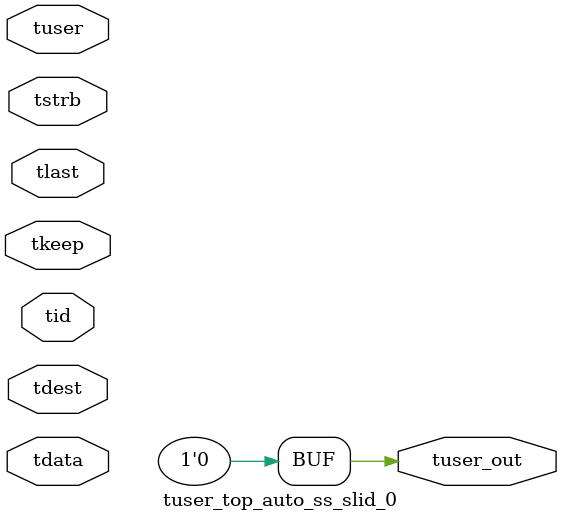
<source format=v>


`timescale 1ps/1ps

module tuser_top_auto_ss_slid_0 #
(
parameter C_S_AXIS_TUSER_WIDTH = 1,
parameter C_S_AXIS_TDATA_WIDTH = 32,
parameter C_S_AXIS_TID_WIDTH   = 0,
parameter C_S_AXIS_TDEST_WIDTH = 0,
parameter C_M_AXIS_TUSER_WIDTH = 1
)
(
input  [(C_S_AXIS_TUSER_WIDTH == 0 ? 1 : C_S_AXIS_TUSER_WIDTH)-1:0     ] tuser,
input  [(C_S_AXIS_TDATA_WIDTH == 0 ? 1 : C_S_AXIS_TDATA_WIDTH)-1:0     ] tdata,
input  [(C_S_AXIS_TID_WIDTH   == 0 ? 1 : C_S_AXIS_TID_WIDTH)-1:0       ] tid,
input  [(C_S_AXIS_TDEST_WIDTH == 0 ? 1 : C_S_AXIS_TDEST_WIDTH)-1:0     ] tdest,
input  [(C_S_AXIS_TDATA_WIDTH/8)-1:0 ] tkeep,
input  [(C_S_AXIS_TDATA_WIDTH/8)-1:0 ] tstrb,
input                                                                    tlast,
output [C_M_AXIS_TUSER_WIDTH-1:0] tuser_out
);

assign tuser_out = {1'b0};

endmodule


</source>
